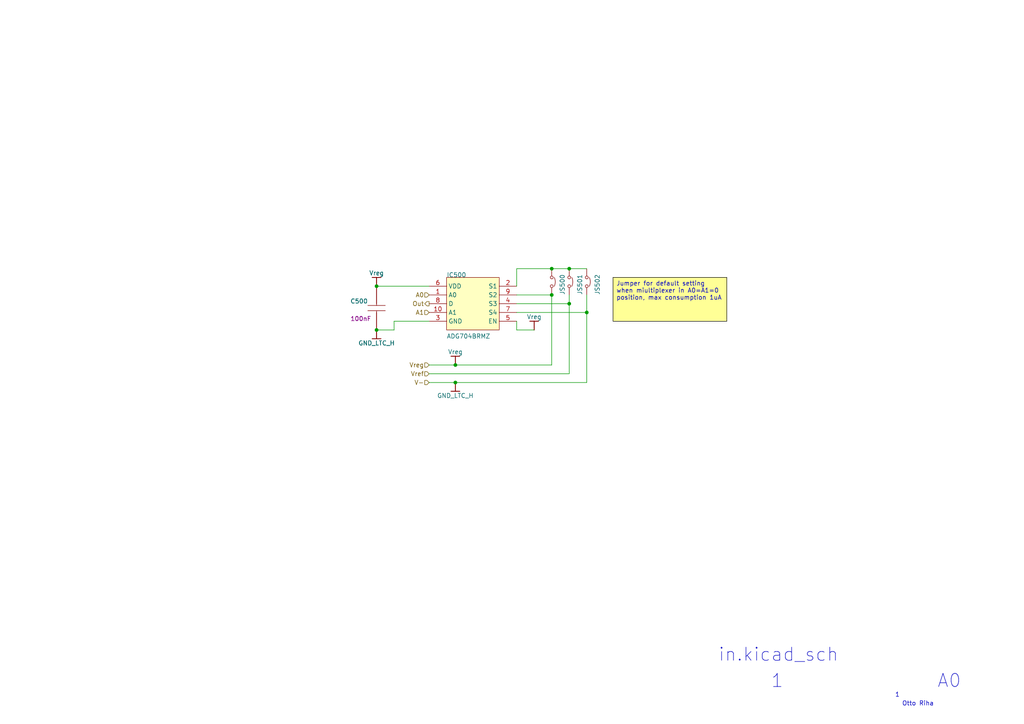
<source format=kicad_sch>
(kicad_sch (version 20250114) (generator "eeschema") (generator_version "9.0")
  (paper "A4")
  (lib_symbols
    (symbol "Battman-altium-import:GND_LTC_H_BAR" (power)
      (property "Value" "GND_LTC_H" (at 0 -3.81 0))
      (symbol "GND_LTC_H_BAR_0_0"
        (polyline (pts (xy -1.27 -2.54) (xy 1.27 -2.54)) (stroke (width 0.254)))
        (polyline (pts (xy 0 0) (xy 0 -2.54)) (stroke (width 0.254)))
        (pin power_in line (at 0 0 0) (length 0) (hide yes) (name "GND_LTC_H") (number ""))
      )
    )
    (symbol "Battman-altium-import:Repeat(Multiplexer,1,8)_0_ADG704BRMZ_SamacSys.SchLib"
      (symbol "Repeat(Multiplexer,1,8)_0_ADG704BRMZ_SamacSys.SchLib_1_0"
        (rectangle (start 20.32 2.54) (end 5.08 -12.7) (stroke (width 0) (color 128 0 0 1)) (fill (type background)))
        (pin passive line (at 0 0 0) (length 5.08) (name "VDD") (number "6"))
        (pin passive line (at 0 -2.54 0) (length 5.08) (name "A0") (number "1"))
        (pin passive line (at 0 -5.08 0) (length 5.08) (name "D") (number "8"))
        (pin passive line (at 0 -7.62 0) (length 5.08) (name "A1") (number "10"))
        (pin passive line (at 0 -10.16 0) (length 5.08) (name "GND") (number "3"))
        (pin passive line (at 25.4 0 180) (length 5.08) (name "S1") (number "2"))
        (pin passive line (at 25.4 -2.54 180) (length 5.08) (name "S2") (number "9"))
        (pin passive line (at 25.4 -5.08 180) (length 5.08) (name "S3") (number "4"))
        (pin passive line (at 25.4 -7.62 180) (length 5.08) (name "S4") (number "7"))
        (pin passive line (at 25.4 -10.16 180) (length 5.08) (name "EN") (number "5"))
      )
    )
    (symbol "Battman-altium-import:Repeat(Multiplexer,1,8)_1_0603YG104ZAT2A_SamacSys.SchLib" (pin_numbers (hide yes)) (pin_names (hide yes))
      (symbol "Repeat(Multiplexer,1,8)_1_0603YG104ZAT2A_SamacSys.SchLib_1_0"
        (polyline (pts (xy -2.54 7.112) (xy 2.54 7.112)))
        (polyline (pts (xy -2.54 5.588) (xy 2.54 5.588)))
        (polyline (pts (xy 0 7.112) (xy 0 7.62)))
        (polyline (pts (xy 0 5.08) (xy 0 5.588)))
        (pin passive line (at 0 12.7 270) (length 5.08) (name "2") (number "2"))
        (pin passive line (at 0 0 90) (length 5.08) (name "1") (number "1"))
      )
    )
    (symbol "Battman-altium-import:Repeat(Multiplexer,1,8)_1_SolderJumper_SamacSys.SchLib" (pin_numbers (hide yes)) (pin_names (hide yes))
      (symbol "Repeat(Multiplexer,1,8)_1_SolderJumper_SamacSys.SchLib_1_0"
        (arc (start 0.7544 5.0724) (mid 1.0269 3.7782) (end 0.7275 2.49))
        (circle (center 0 5.08) (radius 0.416))
        (circle (center 0 2.54) (radius 0.411))
        (pin passive line (at 0 7.62 270) (length 2.032) (name "2") (number "2"))
        (pin passive line (at 0 0 90) (length 2.032) (name "1") (number "1"))
      )
    )
    (symbol "Battman-altium-import:Vreg_BAR" (power)
      (property "Value" "Vreg" (at 0 -3.81 0))
      (symbol "Vreg_BAR_0_0"
        (polyline (pts (xy -1.27 -2.54) (xy 1.27 -2.54)) (stroke (width 0.254)))
        (polyline (pts (xy 0 0) (xy 0 -2.54)) (stroke (width 0.254)))
        (pin power_in line (at 0 0 0) (length 0) (hide yes) (name "Vreg") (number ""))
      )
    )
  )
  (text "A0" (at 271.78 199.8472 0) (effects (font (size 3.81 3.81)) (justify left bottom)))
  (text "${##}" (at 259.588 202.3872 0) (effects (font (size 1.27 1.27)) (justify left bottom)))
  (text "Otto Riha" (at 261.62 204.9272 0) (effects (font (size 1.27 1.27)) (justify left bottom)))
  (text "1" (at 223.52 199.8472 0) (effects (font (size 3.81 3.81)) (justify left bottom)))
  (text "${#}" (at 255.524 202.3872 0) (effects (font (size 1.27 1.27)) (justify left bottom)))
  (text "${FILENAME}" (at 208.28 192.2272 0) (effects (font (size 3.81 3.81)) (justify left bottom)))
  (text_box "Jumper for default setting when miultiplexer in A0=A1=0 position, max consumption 1uA" (at 210.82 80.4672 0) (size -33.02 12.7) (margins 0.9525 0.9525 0.9525 0.9525) (stroke (width 0) (color 0 0 0 1)) (fill (type color) (color 255 255 150 1)) (effects (font (size 1.27 1.27)) (justify left top)))
  (junction (at 160.02 85.5472))
  (junction (at 132.08 110.9472))
  (junction (at 160.02 77.9272))
  (junction (at 165.1 77.9272))
  (junction (at 109.22 83.0072))
  (junction (at 165.1 88.0872))
  (junction (at 109.22 95.7072))
  (junction (at 132.08 105.8672))
  (junction (at 170.18 90.6272))
  (wire (pts (xy 154.94 95.7072) (xy 149.86 95.7072)))
  (wire (pts (xy 132.08 110.9472) (xy 170.18 110.9472)))
  (wire (pts (xy 165.1 85.5472) (xy 165.1 88.0872)))
  (wire (pts (xy 160.02 77.9272) (xy 149.86 77.9272)))
  (wire (pts (xy 114.3 95.7072) (xy 114.3 93.1672)))
  (wire (pts (xy 149.86 95.7072) (xy 149.86 93.1672)))
  (wire (pts (xy 149.86 77.9272) (xy 149.86 83.0072)))
  (wire (pts (xy 165.1 108.4072) (xy 124.46 108.4072)))
  (wire (pts (xy 124.46 105.8672) (xy 132.08 105.8672)))
  (wire (pts (xy 165.1 88.0872) (xy 165.1 108.4072)))
  (wire (pts (xy 165.1 77.9272) (xy 160.02 77.9272)))
  (wire (pts (xy 160.02 105.8672) (xy 160.02 85.5472)))
  (wire (pts (xy 165.1 88.0872) (xy 149.86 88.0872)))
  (wire (pts (xy 132.08 105.8672) (xy 160.02 105.8672)))
  (wire (pts (xy 170.18 77.9272) (xy 165.1 77.9272)))
  (wire (pts (xy 160.02 85.5472) (xy 149.86 85.5472)))
  (wire (pts (xy 124.46 110.9472) (xy 132.08 110.9472)))
  (wire (pts (xy 114.3 93.1672) (xy 124.46 93.1672)))
  (wire (pts (xy 170.18 85.5472) (xy 170.18 90.6272)))
  (wire (pts (xy 170.18 110.9472) (xy 170.18 90.6272)))
  (wire (pts (xy 170.18 90.6272) (xy 149.86 90.6272)))
  (wire (pts (xy 109.22 95.7072) (xy 114.3 95.7072)))
  (wire (pts (xy 109.22 83.0072) (xy 124.46 83.0072)))
  (hierarchical_label "A1" (shape input) (at 124.46 90.6272 180))
  (hierarchical_label "Vref" (shape input) (at 124.46 108.4072 180))
  (hierarchical_label "A0" (shape input) (at 124.46 85.5472 180))
  (hierarchical_label "Vreg" (shape input) (at 124.46 105.8672 180))
  (hierarchical_label "Out" (shape output) (at 124.46 88.0872 180))
  (hierarchical_label "V-" (shape input) (at 124.46 110.9472 180))
  (symbol (lib_id "Battman-altium-import:GND_LTC_H_BAR") (at 132.08 110.9472 0) (unit 1)
    (property "Reference" "#PWR?" (effects (hide yes)))
    (property "Value" "GND_LTC_H" (at 132.08 114.7572 0))
  )
  (symbol (lib_id "Battman-altium-import:Repeat(Multiplexer,1,8)_1_SolderJumper_SamacSys.SchLib") (at 165.1 85.5472 0) (unit 1)
    (property "Reference" "JS501" (at 168.91 85.5472 90) (effects (justify left bottom)))
    (property "Value" "SolderJumper" (effects (hide yes)))
    (property "Footprint" "SolderJumper" (effects (hide yes)))
  )
  (symbol (lib_id "Battman-altium-import:Vreg_BAR") (at 109.22 83.0072 180) (unit 1)
    (property "Reference" "#PWR?" (effects (hide yes)))
    (property "Value" "Vreg" (at 109.22 79.1972 0))
  )
  (symbol (lib_id "Battman-altium-import:Repeat(Multiplexer,1,8)_1_SolderJumper_SamacSys.SchLib") (at 160.02 85.5472 0) (unit 1)
    (property "Reference" "JS500" (at 163.83 85.5472 90) (effects (justify left bottom)))
    (property "Value" "SolderJumper" (effects (hide yes)))
    (property "Footprint" "SolderJumper" (effects (hide yes)))
  )
  (symbol (lib_id "Battman-altium-import:Vreg_BAR") (at 154.94 95.7072 180) (unit 1)
    (property "Reference" "#PWR?" (effects (hide yes)))
    (property "Value" "Vreg" (at 154.94 91.8972 0))
  )
  (symbol (lib_id "Battman-altium-import:Repeat(Multiplexer,1,8)_0_ADG704BRMZ_SamacSys.SchLib") (at 124.46 83.0072 0) (unit 1)
    (property "Reference" "IC500" (at 129.54 80.4672 0) (effects (justify left bottom)))
    (property "Value" "ADG704BRMZ" (at 129.54 98.2472 0) (effects (justify left bottom)))
    (property "Footprint" "C__Users_otto_Documents_AltiumLL_SamacSys.PcbLib:SOP50P490X110-10N" (effects (hide yes)))
    (property "Description" "Integrated Circuit" (effects (hide yes)))
    (property "DATASHEET LINK" "https://datasheet.datasheetarchive.com/originals/distributors/Datasheets-4/DSA-69549.pdf" (effects (hide yes)))
    (property "HEIGHT" "1.1mm" (effects (hide yes)))
    (property "MANUFACTURER_NAME" "Analog Devices" (effects (hide yes)))
    (property "MANUFACTURER_PART_NUMBER" "ADG704BRMZ" (effects (hide yes)))
    (property "MOUSER PART NUMBER" "584-ADG704BRMZ" (effects (hide yes)))
    (property "MOUSER PRICE/STOCK" "https://www.mouser.co.uk/ProductDetail/Analog-Devices/ADG704BRMZ?qs=BpaRKvA4VqEkN1EGAKO1Aw%3D%3D" (effects (hide yes)))
    (property "ARROW PART NUMBER" "ADG704BRMZ" (effects (hide yes)))
    (property "ARROW PRICE/STOCK" "https://www.arrow.com/en/products/adg704brmz/analog-devices?utm_currency=USD&region=nac" (effects (hide yes)))
  )
  (symbol (lib_id "Battman-altium-import:GND_LTC_H_BAR") (at 109.22 95.7072 0) (unit 1)
    (property "Reference" "#PWR?" (effects (hide yes)))
    (property "Value" "GND_LTC_H" (at 109.22 99.5172 0))
  )
  (symbol (lib_id "Battman-altium-import:Repeat(Multiplexer,1,8)_1_0603YG104ZAT2A_SamacSys.SchLib") (at 109.22 95.7072 0) (unit 1)
    (property "Reference" "C500" (at 101.6 88.0872 0) (effects (justify left bottom)))
    (property "Value" "0603YG104ZAT2A" (effects (hide yes)))
    (property "Footprint" "C__Users_otto_Documents_AltiumLL_SamacSys.PcbLib:CAPC1608X90N" (effects (hide yes)))
    (property "Description" "Capacitor" (effects (hide yes)))
    (property "DATASHEET LINK" "https://componentsearchengine.com/Datasheets/1/06031A100FAT2A.pdf" (effects (hide yes)))
    (property "HEIGHT" "0.9mm" (effects (hide yes)))
    (property "MANUFACTURER_NAME" "Kyocera AVX" (effects (hide yes)))
    (property "MANUFACTURER_PART_NUMBER" "0603YG104ZAT2A" (effects (hide yes)))
    (property "MOUSER PART NUMBER" "581-0603YG104ZAT2A" (effects (hide yes)))
    (property "MOUSER PRICE/STOCK" "https://www.mouser.co.uk/ProductDetail/AVX/0603YG104ZAT2A?qs=b9lrxWun4G3w2hKVYW6fsQ%3D%3D" (effects (hide yes)))
    (property "ARROW PART NUMBER" "0603YG104ZAT2A" (effects (hide yes)))
    (property "ARROW PRICE/STOCK" "https://www.arrow.com/en/products/0603yg104zat2a/avx?region=nac" (effects (hide yes)))
    (property "ALTIUM_VALUE" "100nF" (at 101.6 93.1672 0) (effects (justify left bottom)))
  )
  (symbol (lib_id "Battman-altium-import:Vreg_BAR") (at 132.08 105.8672 180) (unit 1)
    (property "Reference" "#PWR?" (effects (hide yes)))
    (property "Value" "Vreg" (at 132.08 102.0572 0))
  )
  (symbol (lib_id "Battman-altium-import:Repeat(Multiplexer,1,8)_1_SolderJumper_SamacSys.SchLib") (at 170.18 85.5472 0) (unit 1)
    (property "Reference" "JS502" (at 173.99 85.5472 90) (effects (justify left bottom)))
    (property "Value" "SolderJumper" (effects (hide yes)))
    (property "Footprint" "SolderJumper" (effects (hide yes)))
  )
)
</source>
